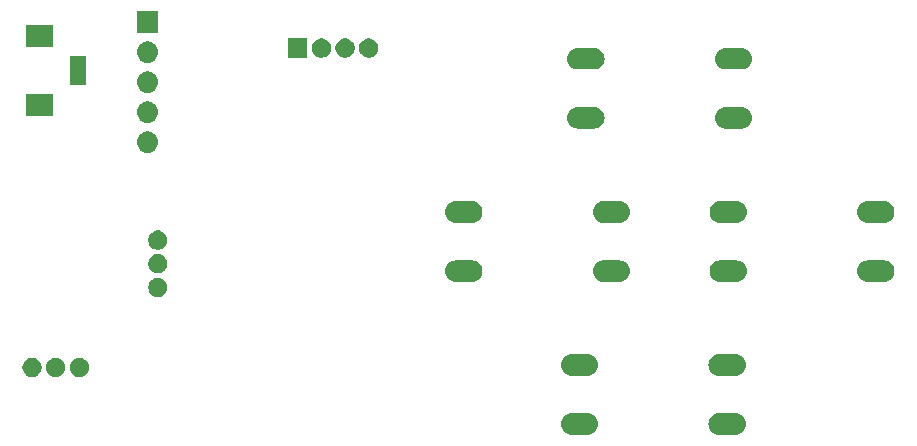
<source format=gbs>
G04 #@! TF.GenerationSoftware,KiCad,Pcbnew,5.1.2-f72e74a~84~ubuntu18.04.1*
G04 #@! TF.CreationDate,2019-07-18T22:23:35+09:00*
G04 #@! TF.ProjectId,WiredControllerPcb,57697265-6443-46f6-9e74-726f6c6c6572,rev?*
G04 #@! TF.SameCoordinates,Original*
G04 #@! TF.FileFunction,Soldermask,Bot*
G04 #@! TF.FilePolarity,Negative*
%FSLAX46Y46*%
G04 Gerber Fmt 4.6, Leading zero omitted, Abs format (unit mm)*
G04 Created by KiCad (PCBNEW 5.1.2-f72e74a~84~ubuntu18.04.1) date 2019-07-18 22:23:35*
%MOMM*%
%LPD*%
G04 APERTURE LIST*
%ADD10C,0.100000*%
G04 APERTURE END LIST*
D10*
G36*
X175839694Y-75818633D02*
G01*
X176012095Y-75870931D01*
X176170983Y-75955858D01*
X176310249Y-76070151D01*
X176424542Y-76209417D01*
X176509469Y-76368305D01*
X176561767Y-76540706D01*
X176579425Y-76720000D01*
X176561767Y-76899294D01*
X176509469Y-77071695D01*
X176424542Y-77230583D01*
X176310249Y-77369849D01*
X176170983Y-77484142D01*
X176012095Y-77569069D01*
X175839694Y-77621367D01*
X175705331Y-77634600D01*
X174294669Y-77634600D01*
X174160306Y-77621367D01*
X173987905Y-77569069D01*
X173829017Y-77484142D01*
X173689751Y-77369849D01*
X173575458Y-77230583D01*
X173490531Y-77071695D01*
X173438233Y-76899294D01*
X173420575Y-76720000D01*
X173438233Y-76540706D01*
X173490531Y-76368305D01*
X173575458Y-76209417D01*
X173689751Y-76070151D01*
X173829017Y-75955858D01*
X173987905Y-75870931D01*
X174160306Y-75818633D01*
X174294669Y-75805400D01*
X175705331Y-75805400D01*
X175839694Y-75818633D01*
X175839694Y-75818633D01*
G37*
G36*
X163339694Y-75818633D02*
G01*
X163512095Y-75870931D01*
X163670983Y-75955858D01*
X163810249Y-76070151D01*
X163924542Y-76209417D01*
X164009469Y-76368305D01*
X164061767Y-76540706D01*
X164079425Y-76720000D01*
X164061767Y-76899294D01*
X164009469Y-77071695D01*
X163924542Y-77230583D01*
X163810249Y-77369849D01*
X163670983Y-77484142D01*
X163512095Y-77569069D01*
X163339694Y-77621367D01*
X163205331Y-77634600D01*
X161794669Y-77634600D01*
X161660306Y-77621367D01*
X161487905Y-77569069D01*
X161329017Y-77484142D01*
X161189751Y-77369849D01*
X161075458Y-77230583D01*
X160990531Y-77071695D01*
X160938233Y-76899294D01*
X160920575Y-76720000D01*
X160938233Y-76540706D01*
X160990531Y-76368305D01*
X161075458Y-76209417D01*
X161189751Y-76070151D01*
X161329017Y-75955858D01*
X161487905Y-75870931D01*
X161660306Y-75818633D01*
X161794669Y-75805400D01*
X163205331Y-75805400D01*
X163339694Y-75818633D01*
X163339694Y-75818633D01*
G37*
G36*
X116387142Y-71143242D02*
G01*
X116535101Y-71204529D01*
X116668255Y-71293499D01*
X116781501Y-71406745D01*
X116870471Y-71539899D01*
X116931758Y-71687858D01*
X116963000Y-71844925D01*
X116963000Y-72005075D01*
X116931758Y-72162142D01*
X116870471Y-72310101D01*
X116781501Y-72443255D01*
X116668255Y-72556501D01*
X116535101Y-72645471D01*
X116387142Y-72706758D01*
X116230075Y-72738000D01*
X116069925Y-72738000D01*
X115912858Y-72706758D01*
X115764899Y-72645471D01*
X115631745Y-72556501D01*
X115518499Y-72443255D01*
X115429529Y-72310101D01*
X115368242Y-72162142D01*
X115337000Y-72005075D01*
X115337000Y-71844925D01*
X115368242Y-71687858D01*
X115429529Y-71539899D01*
X115518499Y-71406745D01*
X115631745Y-71293499D01*
X115764899Y-71204529D01*
X115912858Y-71143242D01*
X116069925Y-71112000D01*
X116230075Y-71112000D01*
X116387142Y-71143242D01*
X116387142Y-71143242D01*
G37*
G36*
X118387142Y-71143242D02*
G01*
X118535101Y-71204529D01*
X118668255Y-71293499D01*
X118781501Y-71406745D01*
X118870471Y-71539899D01*
X118931758Y-71687858D01*
X118963000Y-71844925D01*
X118963000Y-72005075D01*
X118931758Y-72162142D01*
X118870471Y-72310101D01*
X118781501Y-72443255D01*
X118668255Y-72556501D01*
X118535101Y-72645471D01*
X118387142Y-72706758D01*
X118230075Y-72738000D01*
X118069925Y-72738000D01*
X117912858Y-72706758D01*
X117764899Y-72645471D01*
X117631745Y-72556501D01*
X117518499Y-72443255D01*
X117429529Y-72310101D01*
X117368242Y-72162142D01*
X117337000Y-72005075D01*
X117337000Y-71844925D01*
X117368242Y-71687858D01*
X117429529Y-71539899D01*
X117518499Y-71406745D01*
X117631745Y-71293499D01*
X117764899Y-71204529D01*
X117912858Y-71143242D01*
X118069925Y-71112000D01*
X118230075Y-71112000D01*
X118387142Y-71143242D01*
X118387142Y-71143242D01*
G37*
G36*
X120387142Y-71143242D02*
G01*
X120535101Y-71204529D01*
X120668255Y-71293499D01*
X120781501Y-71406745D01*
X120870471Y-71539899D01*
X120931758Y-71687858D01*
X120963000Y-71844925D01*
X120963000Y-72005075D01*
X120931758Y-72162142D01*
X120870471Y-72310101D01*
X120781501Y-72443255D01*
X120668255Y-72556501D01*
X120535101Y-72645471D01*
X120387142Y-72706758D01*
X120230075Y-72738000D01*
X120069925Y-72738000D01*
X119912858Y-72706758D01*
X119764899Y-72645471D01*
X119631745Y-72556501D01*
X119518499Y-72443255D01*
X119429529Y-72310101D01*
X119368242Y-72162142D01*
X119337000Y-72005075D01*
X119337000Y-71844925D01*
X119368242Y-71687858D01*
X119429529Y-71539899D01*
X119518499Y-71406745D01*
X119631745Y-71293499D01*
X119764899Y-71204529D01*
X119912858Y-71143242D01*
X120069925Y-71112000D01*
X120230075Y-71112000D01*
X120387142Y-71143242D01*
X120387142Y-71143242D01*
G37*
G36*
X175839694Y-70818633D02*
G01*
X176012095Y-70870931D01*
X176170983Y-70955858D01*
X176310249Y-71070151D01*
X176424542Y-71209417D01*
X176509469Y-71368305D01*
X176561767Y-71540706D01*
X176579425Y-71720000D01*
X176561767Y-71899294D01*
X176509469Y-72071695D01*
X176424542Y-72230583D01*
X176310249Y-72369849D01*
X176170983Y-72484142D01*
X176012095Y-72569069D01*
X175839694Y-72621367D01*
X175705331Y-72634600D01*
X174294669Y-72634600D01*
X174160306Y-72621367D01*
X173987905Y-72569069D01*
X173829017Y-72484142D01*
X173689751Y-72369849D01*
X173575458Y-72230583D01*
X173490531Y-72071695D01*
X173438233Y-71899294D01*
X173420575Y-71720000D01*
X173438233Y-71540706D01*
X173490531Y-71368305D01*
X173575458Y-71209417D01*
X173689751Y-71070151D01*
X173829017Y-70955858D01*
X173987905Y-70870931D01*
X174160306Y-70818633D01*
X174294669Y-70805400D01*
X175705331Y-70805400D01*
X175839694Y-70818633D01*
X175839694Y-70818633D01*
G37*
G36*
X163339694Y-70818633D02*
G01*
X163512095Y-70870931D01*
X163670983Y-70955858D01*
X163810249Y-71070151D01*
X163924542Y-71209417D01*
X164009469Y-71368305D01*
X164061767Y-71540706D01*
X164079425Y-71720000D01*
X164061767Y-71899294D01*
X164009469Y-72071695D01*
X163924542Y-72230583D01*
X163810249Y-72369849D01*
X163670983Y-72484142D01*
X163512095Y-72569069D01*
X163339694Y-72621367D01*
X163205331Y-72634600D01*
X161794669Y-72634600D01*
X161660306Y-72621367D01*
X161487905Y-72569069D01*
X161329017Y-72484142D01*
X161189751Y-72369849D01*
X161075458Y-72230583D01*
X160990531Y-72071695D01*
X160938233Y-71899294D01*
X160920575Y-71720000D01*
X160938233Y-71540706D01*
X160990531Y-71368305D01*
X161075458Y-71209417D01*
X161189751Y-71070151D01*
X161329017Y-70955858D01*
X161487905Y-70870931D01*
X161660306Y-70818633D01*
X161794669Y-70805400D01*
X163205331Y-70805400D01*
X163339694Y-70818633D01*
X163339694Y-70818633D01*
G37*
G36*
X127037142Y-64368242D02*
G01*
X127185101Y-64429529D01*
X127318255Y-64518499D01*
X127431501Y-64631745D01*
X127520471Y-64764899D01*
X127581758Y-64912858D01*
X127613000Y-65069925D01*
X127613000Y-65230075D01*
X127581758Y-65387142D01*
X127520471Y-65535101D01*
X127431501Y-65668255D01*
X127318255Y-65781501D01*
X127185101Y-65870471D01*
X127037142Y-65931758D01*
X126880075Y-65963000D01*
X126719925Y-65963000D01*
X126562858Y-65931758D01*
X126414899Y-65870471D01*
X126281745Y-65781501D01*
X126168499Y-65668255D01*
X126079529Y-65535101D01*
X126018242Y-65387142D01*
X125987000Y-65230075D01*
X125987000Y-65069925D01*
X126018242Y-64912858D01*
X126079529Y-64764899D01*
X126168499Y-64631745D01*
X126281745Y-64518499D01*
X126414899Y-64429529D01*
X126562858Y-64368242D01*
X126719925Y-64337000D01*
X126880075Y-64337000D01*
X127037142Y-64368242D01*
X127037142Y-64368242D01*
G37*
G36*
X188429694Y-62878633D02*
G01*
X188602095Y-62930931D01*
X188760983Y-63015858D01*
X188900249Y-63130151D01*
X189014542Y-63269417D01*
X189099469Y-63428305D01*
X189151767Y-63600706D01*
X189169425Y-63780000D01*
X189151767Y-63959294D01*
X189099469Y-64131695D01*
X189014542Y-64290583D01*
X188900249Y-64429849D01*
X188760983Y-64544142D01*
X188602095Y-64629069D01*
X188429694Y-64681367D01*
X188295331Y-64694600D01*
X186884669Y-64694600D01*
X186750306Y-64681367D01*
X186577905Y-64629069D01*
X186419017Y-64544142D01*
X186279751Y-64429849D01*
X186165458Y-64290583D01*
X186080531Y-64131695D01*
X186028233Y-63959294D01*
X186010575Y-63780000D01*
X186028233Y-63600706D01*
X186080531Y-63428305D01*
X186165458Y-63269417D01*
X186279751Y-63130151D01*
X186419017Y-63015858D01*
X186577905Y-62930931D01*
X186750306Y-62878633D01*
X186884669Y-62865400D01*
X188295331Y-62865400D01*
X188429694Y-62878633D01*
X188429694Y-62878633D01*
G37*
G36*
X153539694Y-62878633D02*
G01*
X153712095Y-62930931D01*
X153870983Y-63015858D01*
X154010249Y-63130151D01*
X154124542Y-63269417D01*
X154209469Y-63428305D01*
X154261767Y-63600706D01*
X154279425Y-63780000D01*
X154261767Y-63959294D01*
X154209469Y-64131695D01*
X154124542Y-64290583D01*
X154010249Y-64429849D01*
X153870983Y-64544142D01*
X153712095Y-64629069D01*
X153539694Y-64681367D01*
X153405331Y-64694600D01*
X151994669Y-64694600D01*
X151860306Y-64681367D01*
X151687905Y-64629069D01*
X151529017Y-64544142D01*
X151389751Y-64429849D01*
X151275458Y-64290583D01*
X151190531Y-64131695D01*
X151138233Y-63959294D01*
X151120575Y-63780000D01*
X151138233Y-63600706D01*
X151190531Y-63428305D01*
X151275458Y-63269417D01*
X151389751Y-63130151D01*
X151529017Y-63015858D01*
X151687905Y-62930931D01*
X151860306Y-62878633D01*
X151994669Y-62865400D01*
X153405331Y-62865400D01*
X153539694Y-62878633D01*
X153539694Y-62878633D01*
G37*
G36*
X166039694Y-62878633D02*
G01*
X166212095Y-62930931D01*
X166370983Y-63015858D01*
X166510249Y-63130151D01*
X166624542Y-63269417D01*
X166709469Y-63428305D01*
X166761767Y-63600706D01*
X166779425Y-63780000D01*
X166761767Y-63959294D01*
X166709469Y-64131695D01*
X166624542Y-64290583D01*
X166510249Y-64429849D01*
X166370983Y-64544142D01*
X166212095Y-64629069D01*
X166039694Y-64681367D01*
X165905331Y-64694600D01*
X164494669Y-64694600D01*
X164360306Y-64681367D01*
X164187905Y-64629069D01*
X164029017Y-64544142D01*
X163889751Y-64429849D01*
X163775458Y-64290583D01*
X163690531Y-64131695D01*
X163638233Y-63959294D01*
X163620575Y-63780000D01*
X163638233Y-63600706D01*
X163690531Y-63428305D01*
X163775458Y-63269417D01*
X163889751Y-63130151D01*
X164029017Y-63015858D01*
X164187905Y-62930931D01*
X164360306Y-62878633D01*
X164494669Y-62865400D01*
X165905331Y-62865400D01*
X166039694Y-62878633D01*
X166039694Y-62878633D01*
G37*
G36*
X175929694Y-62878633D02*
G01*
X176102095Y-62930931D01*
X176260983Y-63015858D01*
X176400249Y-63130151D01*
X176514542Y-63269417D01*
X176599469Y-63428305D01*
X176651767Y-63600706D01*
X176669425Y-63780000D01*
X176651767Y-63959294D01*
X176599469Y-64131695D01*
X176514542Y-64290583D01*
X176400249Y-64429849D01*
X176260983Y-64544142D01*
X176102095Y-64629069D01*
X175929694Y-64681367D01*
X175795331Y-64694600D01*
X174384669Y-64694600D01*
X174250306Y-64681367D01*
X174077905Y-64629069D01*
X173919017Y-64544142D01*
X173779751Y-64429849D01*
X173665458Y-64290583D01*
X173580531Y-64131695D01*
X173528233Y-63959294D01*
X173510575Y-63780000D01*
X173528233Y-63600706D01*
X173580531Y-63428305D01*
X173665458Y-63269417D01*
X173779751Y-63130151D01*
X173919017Y-63015858D01*
X174077905Y-62930931D01*
X174250306Y-62878633D01*
X174384669Y-62865400D01*
X175795331Y-62865400D01*
X175929694Y-62878633D01*
X175929694Y-62878633D01*
G37*
G36*
X127037142Y-62368242D02*
G01*
X127185101Y-62429529D01*
X127318255Y-62518499D01*
X127431501Y-62631745D01*
X127520471Y-62764899D01*
X127581758Y-62912858D01*
X127613000Y-63069925D01*
X127613000Y-63230075D01*
X127581758Y-63387142D01*
X127520471Y-63535101D01*
X127431501Y-63668255D01*
X127318255Y-63781501D01*
X127185101Y-63870471D01*
X127037142Y-63931758D01*
X126880075Y-63963000D01*
X126719925Y-63963000D01*
X126562858Y-63931758D01*
X126414899Y-63870471D01*
X126281745Y-63781501D01*
X126168499Y-63668255D01*
X126079529Y-63535101D01*
X126018242Y-63387142D01*
X125987000Y-63230075D01*
X125987000Y-63069925D01*
X126018242Y-62912858D01*
X126079529Y-62764899D01*
X126168499Y-62631745D01*
X126281745Y-62518499D01*
X126414899Y-62429529D01*
X126562858Y-62368242D01*
X126719925Y-62337000D01*
X126880075Y-62337000D01*
X127037142Y-62368242D01*
X127037142Y-62368242D01*
G37*
G36*
X127037142Y-60368242D02*
G01*
X127185101Y-60429529D01*
X127318255Y-60518499D01*
X127431501Y-60631745D01*
X127520471Y-60764899D01*
X127581758Y-60912858D01*
X127613000Y-61069925D01*
X127613000Y-61230075D01*
X127581758Y-61387142D01*
X127520471Y-61535101D01*
X127431501Y-61668255D01*
X127318255Y-61781501D01*
X127185101Y-61870471D01*
X127037142Y-61931758D01*
X126880075Y-61963000D01*
X126719925Y-61963000D01*
X126562858Y-61931758D01*
X126414899Y-61870471D01*
X126281745Y-61781501D01*
X126168499Y-61668255D01*
X126079529Y-61535101D01*
X126018242Y-61387142D01*
X125987000Y-61230075D01*
X125987000Y-61069925D01*
X126018242Y-60912858D01*
X126079529Y-60764899D01*
X126168499Y-60631745D01*
X126281745Y-60518499D01*
X126414899Y-60429529D01*
X126562858Y-60368242D01*
X126719925Y-60337000D01*
X126880075Y-60337000D01*
X127037142Y-60368242D01*
X127037142Y-60368242D01*
G37*
G36*
X175929694Y-57878633D02*
G01*
X176102095Y-57930931D01*
X176260983Y-58015858D01*
X176400249Y-58130151D01*
X176514542Y-58269417D01*
X176599469Y-58428305D01*
X176651767Y-58600706D01*
X176669425Y-58780000D01*
X176651767Y-58959294D01*
X176599469Y-59131695D01*
X176514542Y-59290583D01*
X176400249Y-59429849D01*
X176260983Y-59544142D01*
X176102095Y-59629069D01*
X175929694Y-59681367D01*
X175795331Y-59694600D01*
X174384669Y-59694600D01*
X174250306Y-59681367D01*
X174077905Y-59629069D01*
X173919017Y-59544142D01*
X173779751Y-59429849D01*
X173665458Y-59290583D01*
X173580531Y-59131695D01*
X173528233Y-58959294D01*
X173510575Y-58780000D01*
X173528233Y-58600706D01*
X173580531Y-58428305D01*
X173665458Y-58269417D01*
X173779751Y-58130151D01*
X173919017Y-58015858D01*
X174077905Y-57930931D01*
X174250306Y-57878633D01*
X174384669Y-57865400D01*
X175795331Y-57865400D01*
X175929694Y-57878633D01*
X175929694Y-57878633D01*
G37*
G36*
X153539694Y-57878633D02*
G01*
X153712095Y-57930931D01*
X153870983Y-58015858D01*
X154010249Y-58130151D01*
X154124542Y-58269417D01*
X154209469Y-58428305D01*
X154261767Y-58600706D01*
X154279425Y-58780000D01*
X154261767Y-58959294D01*
X154209469Y-59131695D01*
X154124542Y-59290583D01*
X154010249Y-59429849D01*
X153870983Y-59544142D01*
X153712095Y-59629069D01*
X153539694Y-59681367D01*
X153405331Y-59694600D01*
X151994669Y-59694600D01*
X151860306Y-59681367D01*
X151687905Y-59629069D01*
X151529017Y-59544142D01*
X151389751Y-59429849D01*
X151275458Y-59290583D01*
X151190531Y-59131695D01*
X151138233Y-58959294D01*
X151120575Y-58780000D01*
X151138233Y-58600706D01*
X151190531Y-58428305D01*
X151275458Y-58269417D01*
X151389751Y-58130151D01*
X151529017Y-58015858D01*
X151687905Y-57930931D01*
X151860306Y-57878633D01*
X151994669Y-57865400D01*
X153405331Y-57865400D01*
X153539694Y-57878633D01*
X153539694Y-57878633D01*
G37*
G36*
X166039694Y-57878633D02*
G01*
X166212095Y-57930931D01*
X166370983Y-58015858D01*
X166510249Y-58130151D01*
X166624542Y-58269417D01*
X166709469Y-58428305D01*
X166761767Y-58600706D01*
X166779425Y-58780000D01*
X166761767Y-58959294D01*
X166709469Y-59131695D01*
X166624542Y-59290583D01*
X166510249Y-59429849D01*
X166370983Y-59544142D01*
X166212095Y-59629069D01*
X166039694Y-59681367D01*
X165905331Y-59694600D01*
X164494669Y-59694600D01*
X164360306Y-59681367D01*
X164187905Y-59629069D01*
X164029017Y-59544142D01*
X163889751Y-59429849D01*
X163775458Y-59290583D01*
X163690531Y-59131695D01*
X163638233Y-58959294D01*
X163620575Y-58780000D01*
X163638233Y-58600706D01*
X163690531Y-58428305D01*
X163775458Y-58269417D01*
X163889751Y-58130151D01*
X164029017Y-58015858D01*
X164187905Y-57930931D01*
X164360306Y-57878633D01*
X164494669Y-57865400D01*
X165905331Y-57865400D01*
X166039694Y-57878633D01*
X166039694Y-57878633D01*
G37*
G36*
X188429694Y-57878633D02*
G01*
X188602095Y-57930931D01*
X188760983Y-58015858D01*
X188900249Y-58130151D01*
X189014542Y-58269417D01*
X189099469Y-58428305D01*
X189151767Y-58600706D01*
X189169425Y-58780000D01*
X189151767Y-58959294D01*
X189099469Y-59131695D01*
X189014542Y-59290583D01*
X188900249Y-59429849D01*
X188760983Y-59544142D01*
X188602095Y-59629069D01*
X188429694Y-59681367D01*
X188295331Y-59694600D01*
X186884669Y-59694600D01*
X186750306Y-59681367D01*
X186577905Y-59629069D01*
X186419017Y-59544142D01*
X186279751Y-59429849D01*
X186165458Y-59290583D01*
X186080531Y-59131695D01*
X186028233Y-58959294D01*
X186010575Y-58780000D01*
X186028233Y-58600706D01*
X186080531Y-58428305D01*
X186165458Y-58269417D01*
X186279751Y-58130151D01*
X186419017Y-58015858D01*
X186577905Y-57930931D01*
X186750306Y-57878633D01*
X186884669Y-57865400D01*
X188295331Y-57865400D01*
X188429694Y-57878633D01*
X188429694Y-57878633D01*
G37*
G36*
X126040442Y-51955518D02*
G01*
X126106627Y-51962037D01*
X126276466Y-52013557D01*
X126432991Y-52097222D01*
X126468729Y-52126552D01*
X126570186Y-52209814D01*
X126653448Y-52311271D01*
X126682778Y-52347009D01*
X126766443Y-52503534D01*
X126817963Y-52673373D01*
X126835359Y-52850000D01*
X126817963Y-53026627D01*
X126766443Y-53196466D01*
X126682778Y-53352991D01*
X126653448Y-53388729D01*
X126570186Y-53490186D01*
X126468729Y-53573448D01*
X126432991Y-53602778D01*
X126276466Y-53686443D01*
X126106627Y-53737963D01*
X126040442Y-53744482D01*
X125974260Y-53751000D01*
X125885740Y-53751000D01*
X125819558Y-53744482D01*
X125753373Y-53737963D01*
X125583534Y-53686443D01*
X125427009Y-53602778D01*
X125391271Y-53573448D01*
X125289814Y-53490186D01*
X125206552Y-53388729D01*
X125177222Y-53352991D01*
X125093557Y-53196466D01*
X125042037Y-53026627D01*
X125024641Y-52850000D01*
X125042037Y-52673373D01*
X125093557Y-52503534D01*
X125177222Y-52347009D01*
X125206552Y-52311271D01*
X125289814Y-52209814D01*
X125391271Y-52126552D01*
X125427009Y-52097222D01*
X125583534Y-52013557D01*
X125753373Y-51962037D01*
X125819557Y-51955519D01*
X125885740Y-51949000D01*
X125974260Y-51949000D01*
X126040442Y-51955518D01*
X126040442Y-51955518D01*
G37*
G36*
X176379694Y-49888633D02*
G01*
X176552095Y-49940931D01*
X176710983Y-50025858D01*
X176850249Y-50140151D01*
X176964542Y-50279417D01*
X177049469Y-50438305D01*
X177101767Y-50610706D01*
X177119425Y-50790000D01*
X177101767Y-50969294D01*
X177049469Y-51141695D01*
X176964542Y-51300583D01*
X176850249Y-51439849D01*
X176710983Y-51554142D01*
X176552095Y-51639069D01*
X176379694Y-51691367D01*
X176245331Y-51704600D01*
X174834669Y-51704600D01*
X174700306Y-51691367D01*
X174527905Y-51639069D01*
X174369017Y-51554142D01*
X174229751Y-51439849D01*
X174115458Y-51300583D01*
X174030531Y-51141695D01*
X173978233Y-50969294D01*
X173960575Y-50790000D01*
X173978233Y-50610706D01*
X174030531Y-50438305D01*
X174115458Y-50279417D01*
X174229751Y-50140151D01*
X174369017Y-50025858D01*
X174527905Y-49940931D01*
X174700306Y-49888633D01*
X174834669Y-49875400D01*
X176245331Y-49875400D01*
X176379694Y-49888633D01*
X176379694Y-49888633D01*
G37*
G36*
X163879694Y-49888633D02*
G01*
X164052095Y-49940931D01*
X164210983Y-50025858D01*
X164350249Y-50140151D01*
X164464542Y-50279417D01*
X164549469Y-50438305D01*
X164601767Y-50610706D01*
X164619425Y-50790000D01*
X164601767Y-50969294D01*
X164549469Y-51141695D01*
X164464542Y-51300583D01*
X164350249Y-51439849D01*
X164210983Y-51554142D01*
X164052095Y-51639069D01*
X163879694Y-51691367D01*
X163745331Y-51704600D01*
X162334669Y-51704600D01*
X162200306Y-51691367D01*
X162027905Y-51639069D01*
X161869017Y-51554142D01*
X161729751Y-51439849D01*
X161615458Y-51300583D01*
X161530531Y-51141695D01*
X161478233Y-50969294D01*
X161460575Y-50790000D01*
X161478233Y-50610706D01*
X161530531Y-50438305D01*
X161615458Y-50279417D01*
X161729751Y-50140151D01*
X161869017Y-50025858D01*
X162027905Y-49940931D01*
X162200306Y-49888633D01*
X162334669Y-49875400D01*
X163745331Y-49875400D01*
X163879694Y-49888633D01*
X163879694Y-49888633D01*
G37*
G36*
X126040442Y-49415518D02*
G01*
X126106627Y-49422037D01*
X126276466Y-49473557D01*
X126432991Y-49557222D01*
X126468729Y-49586552D01*
X126570186Y-49669814D01*
X126653448Y-49771271D01*
X126682778Y-49807009D01*
X126766443Y-49963534D01*
X126817963Y-50133373D01*
X126835359Y-50310000D01*
X126817963Y-50486627D01*
X126766443Y-50656466D01*
X126682778Y-50812991D01*
X126653448Y-50848729D01*
X126570186Y-50950186D01*
X126468729Y-51033448D01*
X126432991Y-51062778D01*
X126276466Y-51146443D01*
X126106627Y-51197963D01*
X126040443Y-51204481D01*
X125974260Y-51211000D01*
X125885740Y-51211000D01*
X125819558Y-51204482D01*
X125753373Y-51197963D01*
X125583534Y-51146443D01*
X125427009Y-51062778D01*
X125391271Y-51033448D01*
X125289814Y-50950186D01*
X125206552Y-50848729D01*
X125177222Y-50812991D01*
X125093557Y-50656466D01*
X125042037Y-50486627D01*
X125024641Y-50310000D01*
X125042037Y-50133373D01*
X125093557Y-49963534D01*
X125177222Y-49807009D01*
X125206552Y-49771271D01*
X125289814Y-49669814D01*
X125391271Y-49586552D01*
X125427009Y-49557222D01*
X125583534Y-49473557D01*
X125753373Y-49422037D01*
X125819558Y-49415518D01*
X125885740Y-49409000D01*
X125974260Y-49409000D01*
X126040442Y-49415518D01*
X126040442Y-49415518D01*
G37*
G36*
X117951000Y-50641000D02*
G01*
X115649000Y-50641000D01*
X115649000Y-48739000D01*
X117951000Y-48739000D01*
X117951000Y-50641000D01*
X117951000Y-50641000D01*
G37*
G36*
X126040442Y-46875518D02*
G01*
X126106627Y-46882037D01*
X126276466Y-46933557D01*
X126432991Y-47017222D01*
X126468729Y-47046552D01*
X126570186Y-47129814D01*
X126653448Y-47231271D01*
X126682778Y-47267009D01*
X126766443Y-47423534D01*
X126817963Y-47593373D01*
X126835359Y-47770000D01*
X126817963Y-47946627D01*
X126766443Y-48116466D01*
X126682778Y-48272991D01*
X126653448Y-48308729D01*
X126570186Y-48410186D01*
X126468729Y-48493448D01*
X126432991Y-48522778D01*
X126276466Y-48606443D01*
X126106627Y-48657963D01*
X126040443Y-48664481D01*
X125974260Y-48671000D01*
X125885740Y-48671000D01*
X125819558Y-48664482D01*
X125753373Y-48657963D01*
X125583534Y-48606443D01*
X125427009Y-48522778D01*
X125391271Y-48493448D01*
X125289814Y-48410186D01*
X125206552Y-48308729D01*
X125177222Y-48272991D01*
X125093557Y-48116466D01*
X125042037Y-47946627D01*
X125024641Y-47770000D01*
X125042037Y-47593373D01*
X125093557Y-47423534D01*
X125177222Y-47267009D01*
X125206552Y-47231271D01*
X125289814Y-47129814D01*
X125391271Y-47046552D01*
X125427009Y-47017222D01*
X125583534Y-46933557D01*
X125753373Y-46882037D01*
X125819558Y-46875518D01*
X125885740Y-46869000D01*
X125974260Y-46869000D01*
X126040442Y-46875518D01*
X126040442Y-46875518D01*
G37*
G36*
X120751000Y-47991000D02*
G01*
X119349000Y-47991000D01*
X119349000Y-45589000D01*
X120751000Y-45589000D01*
X120751000Y-47991000D01*
X120751000Y-47991000D01*
G37*
G36*
X176379694Y-44888633D02*
G01*
X176552095Y-44940931D01*
X176710983Y-45025858D01*
X176850249Y-45140151D01*
X176964542Y-45279417D01*
X177049469Y-45438305D01*
X177101767Y-45610706D01*
X177119425Y-45790000D01*
X177101767Y-45969294D01*
X177049469Y-46141695D01*
X176964542Y-46300583D01*
X176850249Y-46439849D01*
X176710983Y-46554142D01*
X176552095Y-46639069D01*
X176379694Y-46691367D01*
X176245331Y-46704600D01*
X174834669Y-46704600D01*
X174700306Y-46691367D01*
X174527905Y-46639069D01*
X174369017Y-46554142D01*
X174229751Y-46439849D01*
X174115458Y-46300583D01*
X174030531Y-46141695D01*
X173978233Y-45969294D01*
X173960575Y-45790000D01*
X173978233Y-45610706D01*
X174030531Y-45438305D01*
X174115458Y-45279417D01*
X174229751Y-45140151D01*
X174369017Y-45025858D01*
X174527905Y-44940931D01*
X174700306Y-44888633D01*
X174834669Y-44875400D01*
X176245331Y-44875400D01*
X176379694Y-44888633D01*
X176379694Y-44888633D01*
G37*
G36*
X163879694Y-44888633D02*
G01*
X164052095Y-44940931D01*
X164210983Y-45025858D01*
X164350249Y-45140151D01*
X164464542Y-45279417D01*
X164549469Y-45438305D01*
X164601767Y-45610706D01*
X164619425Y-45790000D01*
X164601767Y-45969294D01*
X164549469Y-46141695D01*
X164464542Y-46300583D01*
X164350249Y-46439849D01*
X164210983Y-46554142D01*
X164052095Y-46639069D01*
X163879694Y-46691367D01*
X163745331Y-46704600D01*
X162334669Y-46704600D01*
X162200306Y-46691367D01*
X162027905Y-46639069D01*
X161869017Y-46554142D01*
X161729751Y-46439849D01*
X161615458Y-46300583D01*
X161530531Y-46141695D01*
X161478233Y-45969294D01*
X161460575Y-45790000D01*
X161478233Y-45610706D01*
X161530531Y-45438305D01*
X161615458Y-45279417D01*
X161729751Y-45140151D01*
X161869017Y-45025858D01*
X162027905Y-44940931D01*
X162200306Y-44888633D01*
X162334669Y-44875400D01*
X163745331Y-44875400D01*
X163879694Y-44888633D01*
X163879694Y-44888633D01*
G37*
G36*
X126040442Y-44335518D02*
G01*
X126106627Y-44342037D01*
X126276466Y-44393557D01*
X126432991Y-44477222D01*
X126468729Y-44506552D01*
X126570186Y-44589814D01*
X126653448Y-44691271D01*
X126682778Y-44727009D01*
X126766443Y-44883534D01*
X126817963Y-45053373D01*
X126835359Y-45230000D01*
X126817963Y-45406627D01*
X126766443Y-45576466D01*
X126682778Y-45732991D01*
X126653448Y-45768729D01*
X126570186Y-45870186D01*
X126468729Y-45953448D01*
X126432991Y-45982778D01*
X126276466Y-46066443D01*
X126106627Y-46117963D01*
X126040442Y-46124482D01*
X125974260Y-46131000D01*
X125885740Y-46131000D01*
X125819558Y-46124482D01*
X125753373Y-46117963D01*
X125583534Y-46066443D01*
X125427009Y-45982778D01*
X125391271Y-45953448D01*
X125289814Y-45870186D01*
X125206552Y-45768729D01*
X125177222Y-45732991D01*
X125093557Y-45576466D01*
X125042037Y-45406627D01*
X125024641Y-45230000D01*
X125042037Y-45053373D01*
X125093557Y-44883534D01*
X125177222Y-44727009D01*
X125206552Y-44691271D01*
X125289814Y-44589814D01*
X125391271Y-44506552D01*
X125427009Y-44477222D01*
X125583534Y-44393557D01*
X125753373Y-44342037D01*
X125819558Y-44335518D01*
X125885740Y-44329000D01*
X125974260Y-44329000D01*
X126040442Y-44335518D01*
X126040442Y-44335518D01*
G37*
G36*
X144887142Y-44108242D02*
G01*
X145035101Y-44169529D01*
X145168255Y-44258499D01*
X145281501Y-44371745D01*
X145370471Y-44504899D01*
X145431758Y-44652858D01*
X145463000Y-44809925D01*
X145463000Y-44970075D01*
X145431758Y-45127142D01*
X145370471Y-45275101D01*
X145281501Y-45408255D01*
X145168255Y-45521501D01*
X145035101Y-45610471D01*
X144887142Y-45671758D01*
X144730075Y-45703000D01*
X144569925Y-45703000D01*
X144412858Y-45671758D01*
X144264899Y-45610471D01*
X144131745Y-45521501D01*
X144018499Y-45408255D01*
X143929529Y-45275101D01*
X143868242Y-45127142D01*
X143837000Y-44970075D01*
X143837000Y-44809925D01*
X143868242Y-44652858D01*
X143929529Y-44504899D01*
X144018499Y-44371745D01*
X144131745Y-44258499D01*
X144264899Y-44169529D01*
X144412858Y-44108242D01*
X144569925Y-44077000D01*
X144730075Y-44077000D01*
X144887142Y-44108242D01*
X144887142Y-44108242D01*
G37*
G36*
X142887142Y-44108242D02*
G01*
X143035101Y-44169529D01*
X143168255Y-44258499D01*
X143281501Y-44371745D01*
X143370471Y-44504899D01*
X143431758Y-44652858D01*
X143463000Y-44809925D01*
X143463000Y-44970075D01*
X143431758Y-45127142D01*
X143370471Y-45275101D01*
X143281501Y-45408255D01*
X143168255Y-45521501D01*
X143035101Y-45610471D01*
X142887142Y-45671758D01*
X142730075Y-45703000D01*
X142569925Y-45703000D01*
X142412858Y-45671758D01*
X142264899Y-45610471D01*
X142131745Y-45521501D01*
X142018499Y-45408255D01*
X141929529Y-45275101D01*
X141868242Y-45127142D01*
X141837000Y-44970075D01*
X141837000Y-44809925D01*
X141868242Y-44652858D01*
X141929529Y-44504899D01*
X142018499Y-44371745D01*
X142131745Y-44258499D01*
X142264899Y-44169529D01*
X142412858Y-44108242D01*
X142569925Y-44077000D01*
X142730075Y-44077000D01*
X142887142Y-44108242D01*
X142887142Y-44108242D01*
G37*
G36*
X140887142Y-44108242D02*
G01*
X141035101Y-44169529D01*
X141168255Y-44258499D01*
X141281501Y-44371745D01*
X141370471Y-44504899D01*
X141431758Y-44652858D01*
X141463000Y-44809925D01*
X141463000Y-44970075D01*
X141431758Y-45127142D01*
X141370471Y-45275101D01*
X141281501Y-45408255D01*
X141168255Y-45521501D01*
X141035101Y-45610471D01*
X140887142Y-45671758D01*
X140730075Y-45703000D01*
X140569925Y-45703000D01*
X140412858Y-45671758D01*
X140264899Y-45610471D01*
X140131745Y-45521501D01*
X140018499Y-45408255D01*
X139929529Y-45275101D01*
X139868242Y-45127142D01*
X139837000Y-44970075D01*
X139837000Y-44809925D01*
X139868242Y-44652858D01*
X139929529Y-44504899D01*
X140018499Y-44371745D01*
X140131745Y-44258499D01*
X140264899Y-44169529D01*
X140412858Y-44108242D01*
X140569925Y-44077000D01*
X140730075Y-44077000D01*
X140887142Y-44108242D01*
X140887142Y-44108242D01*
G37*
G36*
X139463000Y-45703000D02*
G01*
X137837000Y-45703000D01*
X137837000Y-44077000D01*
X139463000Y-44077000D01*
X139463000Y-45703000D01*
X139463000Y-45703000D01*
G37*
G36*
X117951000Y-44841000D02*
G01*
X115649000Y-44841000D01*
X115649000Y-42939000D01*
X117951000Y-42939000D01*
X117951000Y-44841000D01*
X117951000Y-44841000D01*
G37*
G36*
X126831000Y-43591000D02*
G01*
X125029000Y-43591000D01*
X125029000Y-41789000D01*
X126831000Y-41789000D01*
X126831000Y-43591000D01*
X126831000Y-43591000D01*
G37*
M02*

</source>
